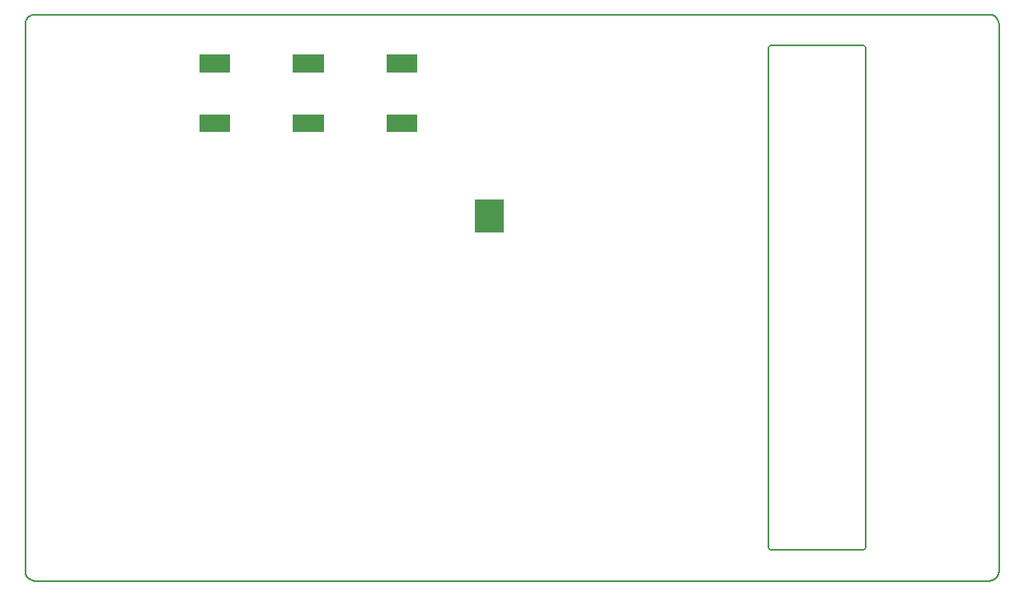
<source format=gko>
G04*
G04 #@! TF.GenerationSoftware,Altium Limited,Altium Designer,23.8.1 (32)*
G04*
G04 Layer_Color=16711935*
%FSLAX25Y25*%
%MOIN*%
G70*
G04*
G04 #@! TF.SameCoordinates,BB991CD9-E61E-4A70-A8D9-3A71C13EE87A*
G04*
G04*
G04 #@! TF.FilePolarity,Positive*
G04*
G01*
G75*
%ADD65C,0.00709*%
G36*
X158495Y205733D02*
X145995D01*
Y212833D01*
X158495D01*
Y205733D01*
D02*
G37*
G36*
X120695D02*
X108195D01*
Y212833D01*
X120695D01*
Y205733D01*
D02*
G37*
G36*
X82895D02*
X70395D01*
Y212833D01*
X82895D01*
Y205733D01*
D02*
G37*
G36*
X120695Y181567D02*
X108195D01*
Y188666D01*
X120695D01*
Y181567D01*
D02*
G37*
G36*
X82895D02*
X70395D01*
Y188666D01*
X82895D01*
Y181567D01*
D02*
G37*
G36*
X158495Y181566D02*
X145995D01*
Y188666D01*
X158495D01*
Y181566D01*
D02*
G37*
G36*
X193612Y140800D02*
X181812D01*
Y154200D01*
X193612D01*
Y140800D01*
D02*
G37*
D65*
X339862Y215437D02*
X339569Y216144D01*
X338862Y216437D01*
Y12500D02*
X339569Y12793D01*
X339862Y13500D01*
X301492Y216437D02*
X300785Y216144D01*
X300492Y215437D01*
Y13500D02*
X300785Y12793D01*
X301492Y12500D01*
X393701Y225063D02*
X393567Y226082D01*
X393173Y227031D01*
X392548Y227847D01*
X391732Y228472D01*
X390783Y228866D01*
X389764Y229000D01*
Y0D02*
X390783Y134D01*
X391732Y527D01*
X392548Y1153D01*
X393173Y1969D01*
X393567Y2918D01*
X393701Y3937D01*
X3937Y229000D02*
X2918Y228866D01*
X1969Y228472D01*
X1153Y227847D01*
X527Y227031D01*
X134Y226082D01*
X0Y225063D01*
Y3937D02*
X134Y2918D01*
X527Y1969D01*
X1153Y1153D01*
X1969Y527D01*
X2918Y134D01*
X3937Y0D01*
X301492Y12500D02*
X338862D01*
X301492Y216437D02*
X338862D01*
X339862Y13500D02*
Y215437D01*
X300492Y13500D02*
Y215437D01*
X3937Y0D02*
X389764D01*
X3937Y229000D02*
X389764D01*
X393701Y3937D02*
Y225063D01*
X0Y3937D02*
Y225063D01*
M02*

</source>
